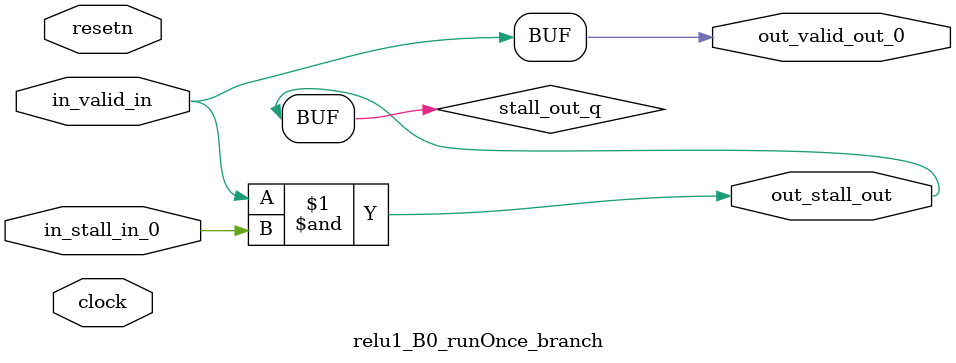
<source format=sv>



(* altera_attribute = "-name AUTO_SHIFT_REGISTER_RECOGNITION OFF; -name MESSAGE_DISABLE 10036; -name MESSAGE_DISABLE 10037; -name MESSAGE_DISABLE 14130; -name MESSAGE_DISABLE 14320; -name MESSAGE_DISABLE 15400; -name MESSAGE_DISABLE 14130; -name MESSAGE_DISABLE 10036; -name MESSAGE_DISABLE 12020; -name MESSAGE_DISABLE 12030; -name MESSAGE_DISABLE 12010; -name MESSAGE_DISABLE 12110; -name MESSAGE_DISABLE 14320; -name MESSAGE_DISABLE 13410; -name MESSAGE_DISABLE 113007; -name MESSAGE_DISABLE 10958" *)
module relu1_B0_runOnce_branch (
    input wire [0:0] in_stall_in_0,
    input wire [0:0] in_valid_in,
    output wire [0:0] out_stall_out,
    output wire [0:0] out_valid_out_0,
    input wire clock,
    input wire resetn
    );

    wire [0:0] stall_out_q;


    // stall_out(LOGICAL,6)
    assign stall_out_q = in_valid_in & in_stall_in_0;

    // out_stall_out(GPOUT,4)
    assign out_stall_out = stall_out_q;

    // out_valid_out_0(GPOUT,5)
    assign out_valid_out_0 = in_valid_in;

endmodule

</source>
